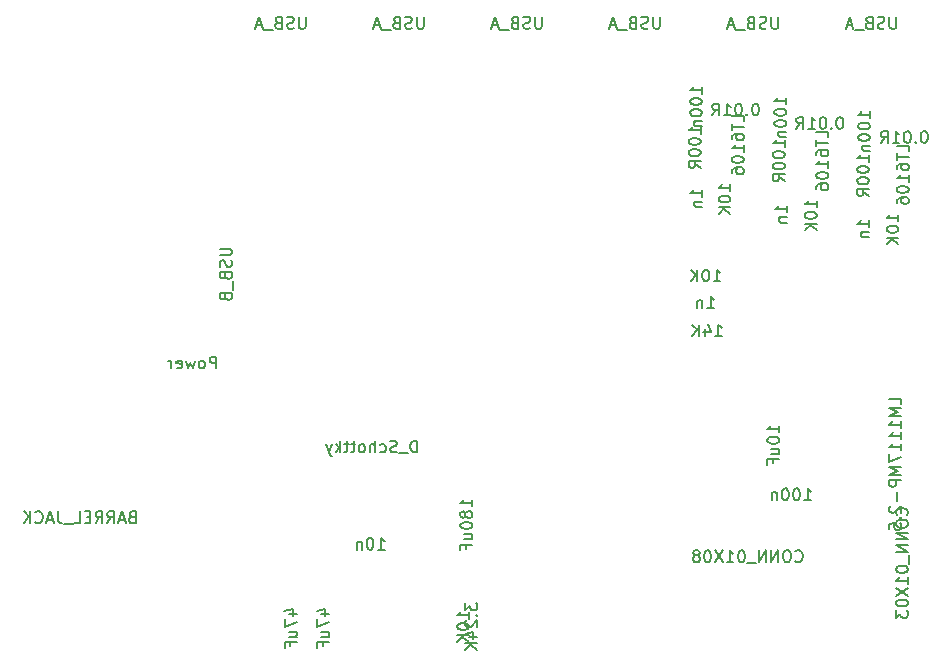
<source format=gbr>
G04 #@! TF.FileFunction,Other,Fab,Bot*
%FSLAX46Y46*%
G04 Gerber Fmt 4.6, Leading zero omitted, Abs format (unit mm)*
G04 Created by KiCad (PCBNEW 4.0.1-stable) date 17.05.2016 13:35:18*
%MOMM*%
G01*
G04 APERTURE LIST*
%ADD10C,0.100000*%
%ADD11C,0.150000*%
G04 APERTURE END LIST*
D10*
D11*
X97074762Y-102090571D02*
X96931905Y-102138190D01*
X96884286Y-102185810D01*
X96836667Y-102281048D01*
X96836667Y-102423905D01*
X96884286Y-102519143D01*
X96931905Y-102566762D01*
X97027143Y-102614381D01*
X97408096Y-102614381D01*
X97408096Y-101614381D01*
X97074762Y-101614381D01*
X96979524Y-101662000D01*
X96931905Y-101709619D01*
X96884286Y-101804857D01*
X96884286Y-101900095D01*
X96931905Y-101995333D01*
X96979524Y-102042952D01*
X97074762Y-102090571D01*
X97408096Y-102090571D01*
X96455715Y-102328667D02*
X95979524Y-102328667D01*
X96550953Y-102614381D02*
X96217620Y-101614381D01*
X95884286Y-102614381D01*
X94979524Y-102614381D02*
X95312858Y-102138190D01*
X95550953Y-102614381D02*
X95550953Y-101614381D01*
X95170000Y-101614381D01*
X95074762Y-101662000D01*
X95027143Y-101709619D01*
X94979524Y-101804857D01*
X94979524Y-101947714D01*
X95027143Y-102042952D01*
X95074762Y-102090571D01*
X95170000Y-102138190D01*
X95550953Y-102138190D01*
X93979524Y-102614381D02*
X94312858Y-102138190D01*
X94550953Y-102614381D02*
X94550953Y-101614381D01*
X94170000Y-101614381D01*
X94074762Y-101662000D01*
X94027143Y-101709619D01*
X93979524Y-101804857D01*
X93979524Y-101947714D01*
X94027143Y-102042952D01*
X94074762Y-102090571D01*
X94170000Y-102138190D01*
X94550953Y-102138190D01*
X93550953Y-102090571D02*
X93217619Y-102090571D01*
X93074762Y-102614381D02*
X93550953Y-102614381D01*
X93550953Y-101614381D01*
X93074762Y-101614381D01*
X92170000Y-102614381D02*
X92646191Y-102614381D01*
X92646191Y-101614381D01*
X92074762Y-102709619D02*
X91312857Y-102709619D01*
X90789047Y-101614381D02*
X90789047Y-102328667D01*
X90836667Y-102471524D01*
X90931905Y-102566762D01*
X91074762Y-102614381D01*
X91170000Y-102614381D01*
X90360476Y-102328667D02*
X89884285Y-102328667D01*
X90455714Y-102614381D02*
X90122381Y-101614381D01*
X89789047Y-102614381D01*
X88884285Y-102519143D02*
X88931904Y-102566762D01*
X89074761Y-102614381D01*
X89169999Y-102614381D01*
X89312857Y-102566762D01*
X89408095Y-102471524D01*
X89455714Y-102376286D01*
X89503333Y-102185810D01*
X89503333Y-102042952D01*
X89455714Y-101852476D01*
X89408095Y-101757238D01*
X89312857Y-101662000D01*
X89169999Y-101614381D01*
X89074761Y-101614381D01*
X88931904Y-101662000D01*
X88884285Y-101709619D01*
X88455714Y-102614381D02*
X88455714Y-101614381D01*
X87884285Y-102614381D02*
X88312857Y-102042952D01*
X87884285Y-101614381D02*
X88455714Y-102185810D01*
X162827381Y-71123810D02*
X162827381Y-70647619D01*
X161827381Y-70647619D01*
X161827381Y-71314286D02*
X161827381Y-71885715D01*
X162827381Y-71600000D02*
X161827381Y-71600000D01*
X161827381Y-72647620D02*
X161827381Y-72457143D01*
X161875000Y-72361905D01*
X161922619Y-72314286D01*
X162065476Y-72219048D01*
X162255952Y-72171429D01*
X162636905Y-72171429D01*
X162732143Y-72219048D01*
X162779762Y-72266667D01*
X162827381Y-72361905D01*
X162827381Y-72552382D01*
X162779762Y-72647620D01*
X162732143Y-72695239D01*
X162636905Y-72742858D01*
X162398810Y-72742858D01*
X162303571Y-72695239D01*
X162255952Y-72647620D01*
X162208333Y-72552382D01*
X162208333Y-72361905D01*
X162255952Y-72266667D01*
X162303571Y-72219048D01*
X162398810Y-72171429D01*
X162827381Y-73695239D02*
X162827381Y-73123810D01*
X162827381Y-73409524D02*
X161827381Y-73409524D01*
X161970238Y-73314286D01*
X162065476Y-73219048D01*
X162113095Y-73123810D01*
X161827381Y-74314286D02*
X161827381Y-74409525D01*
X161875000Y-74504763D01*
X161922619Y-74552382D01*
X162017857Y-74600001D01*
X162208333Y-74647620D01*
X162446429Y-74647620D01*
X162636905Y-74600001D01*
X162732143Y-74552382D01*
X162779762Y-74504763D01*
X162827381Y-74409525D01*
X162827381Y-74314286D01*
X162779762Y-74219048D01*
X162732143Y-74171429D01*
X162636905Y-74123810D01*
X162446429Y-74076191D01*
X162208333Y-74076191D01*
X162017857Y-74123810D01*
X161922619Y-74171429D01*
X161875000Y-74219048D01*
X161827381Y-74314286D01*
X161827381Y-75504763D02*
X161827381Y-75314286D01*
X161875000Y-75219048D01*
X161922619Y-75171429D01*
X162065476Y-75076191D01*
X162255952Y-75028572D01*
X162636905Y-75028572D01*
X162732143Y-75076191D01*
X162779762Y-75123810D01*
X162827381Y-75219048D01*
X162827381Y-75409525D01*
X162779762Y-75504763D01*
X162732143Y-75552382D01*
X162636905Y-75600001D01*
X162398810Y-75600001D01*
X162303571Y-75552382D01*
X162255952Y-75504763D01*
X162208333Y-75409525D01*
X162208333Y-75219048D01*
X162255952Y-75123810D01*
X162303571Y-75076191D01*
X162398810Y-75028572D01*
X104502361Y-79377143D02*
X105311885Y-79377143D01*
X105407123Y-79424762D01*
X105454742Y-79472381D01*
X105502361Y-79567619D01*
X105502361Y-79758096D01*
X105454742Y-79853334D01*
X105407123Y-79900953D01*
X105311885Y-79948572D01*
X104502361Y-79948572D01*
X105454742Y-80377143D02*
X105502361Y-80520000D01*
X105502361Y-80758096D01*
X105454742Y-80853334D01*
X105407123Y-80900953D01*
X105311885Y-80948572D01*
X105216647Y-80948572D01*
X105121409Y-80900953D01*
X105073790Y-80853334D01*
X105026170Y-80758096D01*
X104978551Y-80567619D01*
X104930932Y-80472381D01*
X104883313Y-80424762D01*
X104788075Y-80377143D01*
X104692837Y-80377143D01*
X104597599Y-80424762D01*
X104549980Y-80472381D01*
X104502361Y-80567619D01*
X104502361Y-80805715D01*
X104549980Y-80948572D01*
X104978551Y-81710477D02*
X105026170Y-81853334D01*
X105073790Y-81900953D01*
X105169028Y-81948572D01*
X105311885Y-81948572D01*
X105407123Y-81900953D01*
X105454742Y-81853334D01*
X105502361Y-81758096D01*
X105502361Y-81377143D01*
X104502361Y-81377143D01*
X104502361Y-81710477D01*
X104549980Y-81805715D01*
X104597599Y-81853334D01*
X104692837Y-81900953D01*
X104788075Y-81900953D01*
X104883313Y-81853334D01*
X104930932Y-81805715D01*
X104978551Y-81710477D01*
X104978551Y-81377143D01*
X105597599Y-82139048D02*
X105597599Y-82900953D01*
X104978551Y-83472382D02*
X105026170Y-83615239D01*
X105073790Y-83662858D01*
X105169028Y-83710477D01*
X105311885Y-83710477D01*
X105407123Y-83662858D01*
X105454742Y-83615239D01*
X105502361Y-83520001D01*
X105502361Y-83139048D01*
X104502361Y-83139048D01*
X104502361Y-83472382D01*
X104549980Y-83567620D01*
X104597599Y-83615239D01*
X104692837Y-83662858D01*
X104788075Y-83662858D01*
X104883313Y-83615239D01*
X104930932Y-83567620D01*
X104978551Y-83472382D01*
X104978551Y-83139048D01*
X131771429Y-59752381D02*
X131771429Y-60561905D01*
X131723810Y-60657143D01*
X131676191Y-60704762D01*
X131580953Y-60752381D01*
X131390476Y-60752381D01*
X131295238Y-60704762D01*
X131247619Y-60657143D01*
X131200000Y-60561905D01*
X131200000Y-59752381D01*
X130771429Y-60704762D02*
X130628572Y-60752381D01*
X130390476Y-60752381D01*
X130295238Y-60704762D01*
X130247619Y-60657143D01*
X130200000Y-60561905D01*
X130200000Y-60466667D01*
X130247619Y-60371429D01*
X130295238Y-60323810D01*
X130390476Y-60276190D01*
X130580953Y-60228571D01*
X130676191Y-60180952D01*
X130723810Y-60133333D01*
X130771429Y-60038095D01*
X130771429Y-59942857D01*
X130723810Y-59847619D01*
X130676191Y-59800000D01*
X130580953Y-59752381D01*
X130342857Y-59752381D01*
X130200000Y-59800000D01*
X129438095Y-60228571D02*
X129295238Y-60276190D01*
X129247619Y-60323810D01*
X129200000Y-60419048D01*
X129200000Y-60561905D01*
X129247619Y-60657143D01*
X129295238Y-60704762D01*
X129390476Y-60752381D01*
X129771429Y-60752381D01*
X129771429Y-59752381D01*
X129438095Y-59752381D01*
X129342857Y-59800000D01*
X129295238Y-59847619D01*
X129247619Y-59942857D01*
X129247619Y-60038095D01*
X129295238Y-60133333D01*
X129342857Y-60180952D01*
X129438095Y-60228571D01*
X129771429Y-60228571D01*
X129009524Y-60847619D02*
X128247619Y-60847619D01*
X128057143Y-60466667D02*
X127580952Y-60466667D01*
X128152381Y-60752381D02*
X127819048Y-59752381D01*
X127485714Y-60752381D01*
X151771429Y-59752381D02*
X151771429Y-60561905D01*
X151723810Y-60657143D01*
X151676191Y-60704762D01*
X151580953Y-60752381D01*
X151390476Y-60752381D01*
X151295238Y-60704762D01*
X151247619Y-60657143D01*
X151200000Y-60561905D01*
X151200000Y-59752381D01*
X150771429Y-60704762D02*
X150628572Y-60752381D01*
X150390476Y-60752381D01*
X150295238Y-60704762D01*
X150247619Y-60657143D01*
X150200000Y-60561905D01*
X150200000Y-60466667D01*
X150247619Y-60371429D01*
X150295238Y-60323810D01*
X150390476Y-60276190D01*
X150580953Y-60228571D01*
X150676191Y-60180952D01*
X150723810Y-60133333D01*
X150771429Y-60038095D01*
X150771429Y-59942857D01*
X150723810Y-59847619D01*
X150676191Y-59800000D01*
X150580953Y-59752381D01*
X150342857Y-59752381D01*
X150200000Y-59800000D01*
X149438095Y-60228571D02*
X149295238Y-60276190D01*
X149247619Y-60323810D01*
X149200000Y-60419048D01*
X149200000Y-60561905D01*
X149247619Y-60657143D01*
X149295238Y-60704762D01*
X149390476Y-60752381D01*
X149771429Y-60752381D01*
X149771429Y-59752381D01*
X149438095Y-59752381D01*
X149342857Y-59800000D01*
X149295238Y-59847619D01*
X149247619Y-59942857D01*
X149247619Y-60038095D01*
X149295238Y-60133333D01*
X149342857Y-60180952D01*
X149438095Y-60228571D01*
X149771429Y-60228571D01*
X149009524Y-60847619D02*
X148247619Y-60847619D01*
X148057143Y-60466667D02*
X147580952Y-60466667D01*
X148152381Y-60752381D02*
X147819048Y-59752381D01*
X147485714Y-60752381D01*
X161771429Y-59752381D02*
X161771429Y-60561905D01*
X161723810Y-60657143D01*
X161676191Y-60704762D01*
X161580953Y-60752381D01*
X161390476Y-60752381D01*
X161295238Y-60704762D01*
X161247619Y-60657143D01*
X161200000Y-60561905D01*
X161200000Y-59752381D01*
X160771429Y-60704762D02*
X160628572Y-60752381D01*
X160390476Y-60752381D01*
X160295238Y-60704762D01*
X160247619Y-60657143D01*
X160200000Y-60561905D01*
X160200000Y-60466667D01*
X160247619Y-60371429D01*
X160295238Y-60323810D01*
X160390476Y-60276190D01*
X160580953Y-60228571D01*
X160676191Y-60180952D01*
X160723810Y-60133333D01*
X160771429Y-60038095D01*
X160771429Y-59942857D01*
X160723810Y-59847619D01*
X160676191Y-59800000D01*
X160580953Y-59752381D01*
X160342857Y-59752381D01*
X160200000Y-59800000D01*
X159438095Y-60228571D02*
X159295238Y-60276190D01*
X159247619Y-60323810D01*
X159200000Y-60419048D01*
X159200000Y-60561905D01*
X159247619Y-60657143D01*
X159295238Y-60704762D01*
X159390476Y-60752381D01*
X159771429Y-60752381D01*
X159771429Y-59752381D01*
X159438095Y-59752381D01*
X159342857Y-59800000D01*
X159295238Y-59847619D01*
X159247619Y-59942857D01*
X159247619Y-60038095D01*
X159295238Y-60133333D01*
X159342857Y-60180952D01*
X159438095Y-60228571D01*
X159771429Y-60228571D01*
X159009524Y-60847619D02*
X158247619Y-60847619D01*
X158057143Y-60466667D02*
X157580952Y-60466667D01*
X158152381Y-60752381D02*
X157819048Y-59752381D01*
X157485714Y-60752381D01*
X141771429Y-59752381D02*
X141771429Y-60561905D01*
X141723810Y-60657143D01*
X141676191Y-60704762D01*
X141580953Y-60752381D01*
X141390476Y-60752381D01*
X141295238Y-60704762D01*
X141247619Y-60657143D01*
X141200000Y-60561905D01*
X141200000Y-59752381D01*
X140771429Y-60704762D02*
X140628572Y-60752381D01*
X140390476Y-60752381D01*
X140295238Y-60704762D01*
X140247619Y-60657143D01*
X140200000Y-60561905D01*
X140200000Y-60466667D01*
X140247619Y-60371429D01*
X140295238Y-60323810D01*
X140390476Y-60276190D01*
X140580953Y-60228571D01*
X140676191Y-60180952D01*
X140723810Y-60133333D01*
X140771429Y-60038095D01*
X140771429Y-59942857D01*
X140723810Y-59847619D01*
X140676191Y-59800000D01*
X140580953Y-59752381D01*
X140342857Y-59752381D01*
X140200000Y-59800000D01*
X139438095Y-60228571D02*
X139295238Y-60276190D01*
X139247619Y-60323810D01*
X139200000Y-60419048D01*
X139200000Y-60561905D01*
X139247619Y-60657143D01*
X139295238Y-60704762D01*
X139390476Y-60752381D01*
X139771429Y-60752381D01*
X139771429Y-59752381D01*
X139438095Y-59752381D01*
X139342857Y-59800000D01*
X139295238Y-59847619D01*
X139247619Y-59942857D01*
X139247619Y-60038095D01*
X139295238Y-60133333D01*
X139342857Y-60180952D01*
X139438095Y-60228571D01*
X139771429Y-60228571D01*
X139009524Y-60847619D02*
X138247619Y-60847619D01*
X138057143Y-60466667D02*
X137580952Y-60466667D01*
X138152381Y-60752381D02*
X137819048Y-59752381D01*
X137485714Y-60752381D01*
X121771429Y-59752381D02*
X121771429Y-60561905D01*
X121723810Y-60657143D01*
X121676191Y-60704762D01*
X121580953Y-60752381D01*
X121390476Y-60752381D01*
X121295238Y-60704762D01*
X121247619Y-60657143D01*
X121200000Y-60561905D01*
X121200000Y-59752381D01*
X120771429Y-60704762D02*
X120628572Y-60752381D01*
X120390476Y-60752381D01*
X120295238Y-60704762D01*
X120247619Y-60657143D01*
X120200000Y-60561905D01*
X120200000Y-60466667D01*
X120247619Y-60371429D01*
X120295238Y-60323810D01*
X120390476Y-60276190D01*
X120580953Y-60228571D01*
X120676191Y-60180952D01*
X120723810Y-60133333D01*
X120771429Y-60038095D01*
X120771429Y-59942857D01*
X120723810Y-59847619D01*
X120676191Y-59800000D01*
X120580953Y-59752381D01*
X120342857Y-59752381D01*
X120200000Y-59800000D01*
X119438095Y-60228571D02*
X119295238Y-60276190D01*
X119247619Y-60323810D01*
X119200000Y-60419048D01*
X119200000Y-60561905D01*
X119247619Y-60657143D01*
X119295238Y-60704762D01*
X119390476Y-60752381D01*
X119771429Y-60752381D01*
X119771429Y-59752381D01*
X119438095Y-59752381D01*
X119342857Y-59800000D01*
X119295238Y-59847619D01*
X119247619Y-59942857D01*
X119247619Y-60038095D01*
X119295238Y-60133333D01*
X119342857Y-60180952D01*
X119438095Y-60228571D01*
X119771429Y-60228571D01*
X119009524Y-60847619D02*
X118247619Y-60847619D01*
X118057143Y-60466667D02*
X117580952Y-60466667D01*
X118152381Y-60752381D02*
X117819048Y-59752381D01*
X117485714Y-60752381D01*
X111771429Y-59752381D02*
X111771429Y-60561905D01*
X111723810Y-60657143D01*
X111676191Y-60704762D01*
X111580953Y-60752381D01*
X111390476Y-60752381D01*
X111295238Y-60704762D01*
X111247619Y-60657143D01*
X111200000Y-60561905D01*
X111200000Y-59752381D01*
X110771429Y-60704762D02*
X110628572Y-60752381D01*
X110390476Y-60752381D01*
X110295238Y-60704762D01*
X110247619Y-60657143D01*
X110200000Y-60561905D01*
X110200000Y-60466667D01*
X110247619Y-60371429D01*
X110295238Y-60323810D01*
X110390476Y-60276190D01*
X110580953Y-60228571D01*
X110676191Y-60180952D01*
X110723810Y-60133333D01*
X110771429Y-60038095D01*
X110771429Y-59942857D01*
X110723810Y-59847619D01*
X110676191Y-59800000D01*
X110580953Y-59752381D01*
X110342857Y-59752381D01*
X110200000Y-59800000D01*
X109438095Y-60228571D02*
X109295238Y-60276190D01*
X109247619Y-60323810D01*
X109200000Y-60419048D01*
X109200000Y-60561905D01*
X109247619Y-60657143D01*
X109295238Y-60704762D01*
X109390476Y-60752381D01*
X109771429Y-60752381D01*
X109771429Y-59752381D01*
X109438095Y-59752381D01*
X109342857Y-59800000D01*
X109295238Y-59847619D01*
X109247619Y-59942857D01*
X109247619Y-60038095D01*
X109295238Y-60133333D01*
X109342857Y-60180952D01*
X109438095Y-60228571D01*
X109771429Y-60228571D01*
X109009524Y-60847619D02*
X108247619Y-60847619D01*
X108057143Y-60466667D02*
X107580952Y-60466667D01*
X108152381Y-60752381D02*
X107819048Y-59752381D01*
X107485714Y-60752381D01*
X104202191Y-89515381D02*
X104202191Y-88515381D01*
X103821238Y-88515381D01*
X103726000Y-88563000D01*
X103678381Y-88610619D01*
X103630762Y-88705857D01*
X103630762Y-88848714D01*
X103678381Y-88943952D01*
X103726000Y-88991571D01*
X103821238Y-89039190D01*
X104202191Y-89039190D01*
X103059334Y-89515381D02*
X103154572Y-89467762D01*
X103202191Y-89420143D01*
X103249810Y-89324905D01*
X103249810Y-89039190D01*
X103202191Y-88943952D01*
X103154572Y-88896333D01*
X103059334Y-88848714D01*
X102916476Y-88848714D01*
X102821238Y-88896333D01*
X102773619Y-88943952D01*
X102726000Y-89039190D01*
X102726000Y-89324905D01*
X102773619Y-89420143D01*
X102821238Y-89467762D01*
X102916476Y-89515381D01*
X103059334Y-89515381D01*
X102392667Y-88848714D02*
X102202191Y-89515381D01*
X102011714Y-89039190D01*
X101821238Y-89515381D01*
X101630762Y-88848714D01*
X100868857Y-89467762D02*
X100964095Y-89515381D01*
X101154572Y-89515381D01*
X101249810Y-89467762D01*
X101297429Y-89372524D01*
X101297429Y-88991571D01*
X101249810Y-88896333D01*
X101154572Y-88848714D01*
X100964095Y-88848714D01*
X100868857Y-88896333D01*
X100821238Y-88991571D01*
X100821238Y-89086810D01*
X101297429Y-89182048D01*
X100392667Y-89515381D02*
X100392667Y-88848714D01*
X100392667Y-89039190D02*
X100345048Y-88943952D01*
X100297429Y-88896333D01*
X100202191Y-88848714D01*
X100106952Y-88848714D01*
X152527381Y-76308334D02*
X152527381Y-75736905D01*
X152527381Y-76022619D02*
X151527381Y-76022619D01*
X151670238Y-75927381D01*
X151765476Y-75832143D01*
X151813095Y-75736905D01*
X151860714Y-76736905D02*
X152527381Y-76736905D01*
X151955952Y-76736905D02*
X151908333Y-76784524D01*
X151860714Y-76879762D01*
X151860714Y-77022620D01*
X151908333Y-77117858D01*
X152003571Y-77165477D01*
X152527381Y-77165477D01*
X153994047Y-100677381D02*
X154565476Y-100677381D01*
X154279762Y-100677381D02*
X154279762Y-99677381D01*
X154375000Y-99820238D01*
X154470238Y-99915476D01*
X154565476Y-99963095D01*
X153375000Y-99677381D02*
X153279761Y-99677381D01*
X153184523Y-99725000D01*
X153136904Y-99772619D01*
X153089285Y-99867857D01*
X153041666Y-100058333D01*
X153041666Y-100296429D01*
X153089285Y-100486905D01*
X153136904Y-100582143D01*
X153184523Y-100629762D01*
X153279761Y-100677381D01*
X153375000Y-100677381D01*
X153470238Y-100629762D01*
X153517857Y-100582143D01*
X153565476Y-100486905D01*
X153613095Y-100296429D01*
X153613095Y-100058333D01*
X153565476Y-99867857D01*
X153517857Y-99772619D01*
X153470238Y-99725000D01*
X153375000Y-99677381D01*
X152422619Y-99677381D02*
X152327380Y-99677381D01*
X152232142Y-99725000D01*
X152184523Y-99772619D01*
X152136904Y-99867857D01*
X152089285Y-100058333D01*
X152089285Y-100296429D01*
X152136904Y-100486905D01*
X152184523Y-100582143D01*
X152232142Y-100629762D01*
X152327380Y-100677381D01*
X152422619Y-100677381D01*
X152517857Y-100629762D01*
X152565476Y-100582143D01*
X152613095Y-100486905D01*
X152660714Y-100296429D01*
X152660714Y-100058333D01*
X152613095Y-99867857D01*
X152565476Y-99772619D01*
X152517857Y-99725000D01*
X152422619Y-99677381D01*
X151660714Y-100010714D02*
X151660714Y-100677381D01*
X151660714Y-100105952D02*
X151613095Y-100058333D01*
X151517857Y-100010714D01*
X151374999Y-100010714D01*
X151279761Y-100058333D01*
X151232142Y-100153571D01*
X151232142Y-100677381D01*
X145766666Y-84402381D02*
X146338095Y-84402381D01*
X146052381Y-84402381D02*
X146052381Y-83402381D01*
X146147619Y-83545238D01*
X146242857Y-83640476D01*
X146338095Y-83688095D01*
X145338095Y-83735714D02*
X145338095Y-84402381D01*
X145338095Y-83830952D02*
X145290476Y-83783333D01*
X145195238Y-83735714D01*
X145052380Y-83735714D01*
X144957142Y-83783333D01*
X144909523Y-83878571D01*
X144909523Y-84402381D01*
X152462381Y-67150953D02*
X152462381Y-66579524D01*
X152462381Y-66865238D02*
X151462381Y-66865238D01*
X151605238Y-66770000D01*
X151700476Y-66674762D01*
X151748095Y-66579524D01*
X151462381Y-67770000D02*
X151462381Y-67865239D01*
X151510000Y-67960477D01*
X151557619Y-68008096D01*
X151652857Y-68055715D01*
X151843333Y-68103334D01*
X152081429Y-68103334D01*
X152271905Y-68055715D01*
X152367143Y-68008096D01*
X152414762Y-67960477D01*
X152462381Y-67865239D01*
X152462381Y-67770000D01*
X152414762Y-67674762D01*
X152367143Y-67627143D01*
X152271905Y-67579524D01*
X152081429Y-67531905D01*
X151843333Y-67531905D01*
X151652857Y-67579524D01*
X151557619Y-67627143D01*
X151510000Y-67674762D01*
X151462381Y-67770000D01*
X151462381Y-68722381D02*
X151462381Y-68817620D01*
X151510000Y-68912858D01*
X151557619Y-68960477D01*
X151652857Y-69008096D01*
X151843333Y-69055715D01*
X152081429Y-69055715D01*
X152271905Y-69008096D01*
X152367143Y-68960477D01*
X152414762Y-68912858D01*
X152462381Y-68817620D01*
X152462381Y-68722381D01*
X152414762Y-68627143D01*
X152367143Y-68579524D01*
X152271905Y-68531905D01*
X152081429Y-68484286D01*
X151843333Y-68484286D01*
X151652857Y-68531905D01*
X151557619Y-68579524D01*
X151510000Y-68627143D01*
X151462381Y-68722381D01*
X151795714Y-69484286D02*
X152462381Y-69484286D01*
X151890952Y-69484286D02*
X151843333Y-69531905D01*
X151795714Y-69627143D01*
X151795714Y-69770001D01*
X151843333Y-69865239D01*
X151938571Y-69912858D01*
X152462381Y-69912858D01*
X159477381Y-77558334D02*
X159477381Y-76986905D01*
X159477381Y-77272619D02*
X158477381Y-77272619D01*
X158620238Y-77177381D01*
X158715476Y-77082143D01*
X158763095Y-76986905D01*
X158810714Y-77986905D02*
X159477381Y-77986905D01*
X158905952Y-77986905D02*
X158858333Y-78034524D01*
X158810714Y-78129762D01*
X158810714Y-78272620D01*
X158858333Y-78367858D01*
X158953571Y-78415477D01*
X159477381Y-78415477D01*
X145352381Y-74983334D02*
X145352381Y-74411905D01*
X145352381Y-74697619D02*
X144352381Y-74697619D01*
X144495238Y-74602381D01*
X144590476Y-74507143D01*
X144638095Y-74411905D01*
X144685714Y-75411905D02*
X145352381Y-75411905D01*
X144780952Y-75411905D02*
X144733333Y-75459524D01*
X144685714Y-75554762D01*
X144685714Y-75697620D01*
X144733333Y-75792858D01*
X144828571Y-75840477D01*
X145352381Y-75840477D01*
X159537381Y-68330953D02*
X159537381Y-67759524D01*
X159537381Y-68045238D02*
X158537381Y-68045238D01*
X158680238Y-67950000D01*
X158775476Y-67854762D01*
X158823095Y-67759524D01*
X158537381Y-68950000D02*
X158537381Y-69045239D01*
X158585000Y-69140477D01*
X158632619Y-69188096D01*
X158727857Y-69235715D01*
X158918333Y-69283334D01*
X159156429Y-69283334D01*
X159346905Y-69235715D01*
X159442143Y-69188096D01*
X159489762Y-69140477D01*
X159537381Y-69045239D01*
X159537381Y-68950000D01*
X159489762Y-68854762D01*
X159442143Y-68807143D01*
X159346905Y-68759524D01*
X159156429Y-68711905D01*
X158918333Y-68711905D01*
X158727857Y-68759524D01*
X158632619Y-68807143D01*
X158585000Y-68854762D01*
X158537381Y-68950000D01*
X158537381Y-69902381D02*
X158537381Y-69997620D01*
X158585000Y-70092858D01*
X158632619Y-70140477D01*
X158727857Y-70188096D01*
X158918333Y-70235715D01*
X159156429Y-70235715D01*
X159346905Y-70188096D01*
X159442143Y-70140477D01*
X159489762Y-70092858D01*
X159537381Y-69997620D01*
X159537381Y-69902381D01*
X159489762Y-69807143D01*
X159442143Y-69759524D01*
X159346905Y-69711905D01*
X159156429Y-69664286D01*
X158918333Y-69664286D01*
X158727857Y-69711905D01*
X158632619Y-69759524D01*
X158585000Y-69807143D01*
X158537381Y-69902381D01*
X158870714Y-70664286D02*
X159537381Y-70664286D01*
X158965952Y-70664286D02*
X158918333Y-70711905D01*
X158870714Y-70807143D01*
X158870714Y-70950001D01*
X158918333Y-71045239D01*
X159013571Y-71092858D01*
X159537381Y-71092858D01*
X145312381Y-66245953D02*
X145312381Y-65674524D01*
X145312381Y-65960238D02*
X144312381Y-65960238D01*
X144455238Y-65865000D01*
X144550476Y-65769762D01*
X144598095Y-65674524D01*
X144312381Y-66865000D02*
X144312381Y-66960239D01*
X144360000Y-67055477D01*
X144407619Y-67103096D01*
X144502857Y-67150715D01*
X144693333Y-67198334D01*
X144931429Y-67198334D01*
X145121905Y-67150715D01*
X145217143Y-67103096D01*
X145264762Y-67055477D01*
X145312381Y-66960239D01*
X145312381Y-66865000D01*
X145264762Y-66769762D01*
X145217143Y-66722143D01*
X145121905Y-66674524D01*
X144931429Y-66626905D01*
X144693333Y-66626905D01*
X144502857Y-66674524D01*
X144407619Y-66722143D01*
X144360000Y-66769762D01*
X144312381Y-66865000D01*
X144312381Y-67817381D02*
X144312381Y-67912620D01*
X144360000Y-68007858D01*
X144407619Y-68055477D01*
X144502857Y-68103096D01*
X144693333Y-68150715D01*
X144931429Y-68150715D01*
X145121905Y-68103096D01*
X145217143Y-68055477D01*
X145264762Y-68007858D01*
X145312381Y-67912620D01*
X145312381Y-67817381D01*
X145264762Y-67722143D01*
X145217143Y-67674524D01*
X145121905Y-67626905D01*
X144931429Y-67579286D01*
X144693333Y-67579286D01*
X144502857Y-67626905D01*
X144407619Y-67674524D01*
X144360000Y-67722143D01*
X144312381Y-67817381D01*
X144645714Y-68579286D02*
X145312381Y-68579286D01*
X144740952Y-68579286D02*
X144693333Y-68626905D01*
X144645714Y-68722143D01*
X144645714Y-68865001D01*
X144693333Y-68960239D01*
X144788571Y-69007858D01*
X145312381Y-69007858D01*
X146315476Y-82152381D02*
X146886905Y-82152381D01*
X146601191Y-82152381D02*
X146601191Y-81152381D01*
X146696429Y-81295238D01*
X146791667Y-81390476D01*
X146886905Y-81438095D01*
X145696429Y-81152381D02*
X145601190Y-81152381D01*
X145505952Y-81200000D01*
X145458333Y-81247619D01*
X145410714Y-81342857D01*
X145363095Y-81533333D01*
X145363095Y-81771429D01*
X145410714Y-81961905D01*
X145458333Y-82057143D01*
X145505952Y-82104762D01*
X145601190Y-82152381D01*
X145696429Y-82152381D01*
X145791667Y-82104762D01*
X145839286Y-82057143D01*
X145886905Y-81961905D01*
X145934524Y-81771429D01*
X145934524Y-81533333D01*
X145886905Y-81342857D01*
X145839286Y-81247619D01*
X145791667Y-81200000D01*
X145696429Y-81152381D01*
X144934524Y-82152381D02*
X144934524Y-81152381D01*
X144363095Y-82152381D02*
X144791667Y-81580952D01*
X144363095Y-81152381D02*
X144934524Y-81723810D01*
X146430476Y-86807381D02*
X147001905Y-86807381D01*
X146716191Y-86807381D02*
X146716191Y-85807381D01*
X146811429Y-85950238D01*
X146906667Y-86045476D01*
X147001905Y-86093095D01*
X145573333Y-86140714D02*
X145573333Y-86807381D01*
X145811429Y-85759762D02*
X146049524Y-86474048D01*
X145430476Y-86474048D01*
X145049524Y-86807381D02*
X145049524Y-85807381D01*
X144478095Y-86807381D02*
X144906667Y-86235952D01*
X144478095Y-85807381D02*
X145049524Y-86378810D01*
X155027381Y-75884524D02*
X155027381Y-75313095D01*
X155027381Y-75598809D02*
X154027381Y-75598809D01*
X154170238Y-75503571D01*
X154265476Y-75408333D01*
X154313095Y-75313095D01*
X154027381Y-76503571D02*
X154027381Y-76598810D01*
X154075000Y-76694048D01*
X154122619Y-76741667D01*
X154217857Y-76789286D01*
X154408333Y-76836905D01*
X154646429Y-76836905D01*
X154836905Y-76789286D01*
X154932143Y-76741667D01*
X154979762Y-76694048D01*
X155027381Y-76598810D01*
X155027381Y-76503571D01*
X154979762Y-76408333D01*
X154932143Y-76360714D01*
X154836905Y-76313095D01*
X154646429Y-76265476D01*
X154408333Y-76265476D01*
X154217857Y-76313095D01*
X154122619Y-76360714D01*
X154075000Y-76408333D01*
X154027381Y-76503571D01*
X155027381Y-77265476D02*
X154027381Y-77265476D01*
X155027381Y-77836905D02*
X154455952Y-77408333D01*
X154027381Y-77836905D02*
X154598810Y-77265476D01*
X152327381Y-70758334D02*
X152327381Y-70186905D01*
X152327381Y-70472619D02*
X151327381Y-70472619D01*
X151470238Y-70377381D01*
X151565476Y-70282143D01*
X151613095Y-70186905D01*
X151327381Y-71377381D02*
X151327381Y-71472620D01*
X151375000Y-71567858D01*
X151422619Y-71615477D01*
X151517857Y-71663096D01*
X151708333Y-71710715D01*
X151946429Y-71710715D01*
X152136905Y-71663096D01*
X152232143Y-71615477D01*
X152279762Y-71567858D01*
X152327381Y-71472620D01*
X152327381Y-71377381D01*
X152279762Y-71282143D01*
X152232143Y-71234524D01*
X152136905Y-71186905D01*
X151946429Y-71139286D01*
X151708333Y-71139286D01*
X151517857Y-71186905D01*
X151422619Y-71234524D01*
X151375000Y-71282143D01*
X151327381Y-71377381D01*
X151327381Y-72329762D02*
X151327381Y-72425001D01*
X151375000Y-72520239D01*
X151422619Y-72567858D01*
X151517857Y-72615477D01*
X151708333Y-72663096D01*
X151946429Y-72663096D01*
X152136905Y-72615477D01*
X152232143Y-72567858D01*
X152279762Y-72520239D01*
X152327381Y-72425001D01*
X152327381Y-72329762D01*
X152279762Y-72234524D01*
X152232143Y-72186905D01*
X152136905Y-72139286D01*
X151946429Y-72091667D01*
X151708333Y-72091667D01*
X151517857Y-72139286D01*
X151422619Y-72186905D01*
X151375000Y-72234524D01*
X151327381Y-72329762D01*
X152327381Y-73663096D02*
X151851190Y-73329762D01*
X152327381Y-73091667D02*
X151327381Y-73091667D01*
X151327381Y-73472620D01*
X151375000Y-73567858D01*
X151422619Y-73615477D01*
X151517857Y-73663096D01*
X151660714Y-73663096D01*
X151755952Y-73615477D01*
X151803571Y-73567858D01*
X151851190Y-73472620D01*
X151851190Y-73091667D01*
X157038095Y-68237381D02*
X156942856Y-68237381D01*
X156847618Y-68285000D01*
X156799999Y-68332619D01*
X156752380Y-68427857D01*
X156704761Y-68618333D01*
X156704761Y-68856429D01*
X156752380Y-69046905D01*
X156799999Y-69142143D01*
X156847618Y-69189762D01*
X156942856Y-69237381D01*
X157038095Y-69237381D01*
X157133333Y-69189762D01*
X157180952Y-69142143D01*
X157228571Y-69046905D01*
X157276190Y-68856429D01*
X157276190Y-68618333D01*
X157228571Y-68427857D01*
X157180952Y-68332619D01*
X157133333Y-68285000D01*
X157038095Y-68237381D01*
X156276190Y-69142143D02*
X156228571Y-69189762D01*
X156276190Y-69237381D01*
X156323809Y-69189762D01*
X156276190Y-69142143D01*
X156276190Y-69237381D01*
X155609524Y-68237381D02*
X155514285Y-68237381D01*
X155419047Y-68285000D01*
X155371428Y-68332619D01*
X155323809Y-68427857D01*
X155276190Y-68618333D01*
X155276190Y-68856429D01*
X155323809Y-69046905D01*
X155371428Y-69142143D01*
X155419047Y-69189762D01*
X155514285Y-69237381D01*
X155609524Y-69237381D01*
X155704762Y-69189762D01*
X155752381Y-69142143D01*
X155800000Y-69046905D01*
X155847619Y-68856429D01*
X155847619Y-68618333D01*
X155800000Y-68427857D01*
X155752381Y-68332619D01*
X155704762Y-68285000D01*
X155609524Y-68237381D01*
X154323809Y-69237381D02*
X154895238Y-69237381D01*
X154609524Y-69237381D02*
X154609524Y-68237381D01*
X154704762Y-68380238D01*
X154800000Y-68475476D01*
X154895238Y-68523095D01*
X153323809Y-69237381D02*
X153657143Y-68761190D01*
X153895238Y-69237381D02*
X153895238Y-68237381D01*
X153514285Y-68237381D01*
X153419047Y-68285000D01*
X153371428Y-68332619D01*
X153323809Y-68427857D01*
X153323809Y-68570714D01*
X153371428Y-68665952D01*
X153419047Y-68713571D01*
X153514285Y-68761190D01*
X153895238Y-68761190D01*
X161952381Y-77059524D02*
X161952381Y-76488095D01*
X161952381Y-76773809D02*
X160952381Y-76773809D01*
X161095238Y-76678571D01*
X161190476Y-76583333D01*
X161238095Y-76488095D01*
X160952381Y-77678571D02*
X160952381Y-77773810D01*
X161000000Y-77869048D01*
X161047619Y-77916667D01*
X161142857Y-77964286D01*
X161333333Y-78011905D01*
X161571429Y-78011905D01*
X161761905Y-77964286D01*
X161857143Y-77916667D01*
X161904762Y-77869048D01*
X161952381Y-77773810D01*
X161952381Y-77678571D01*
X161904762Y-77583333D01*
X161857143Y-77535714D01*
X161761905Y-77488095D01*
X161571429Y-77440476D01*
X161333333Y-77440476D01*
X161142857Y-77488095D01*
X161047619Y-77535714D01*
X161000000Y-77583333D01*
X160952381Y-77678571D01*
X161952381Y-78440476D02*
X160952381Y-78440476D01*
X161952381Y-79011905D02*
X161380952Y-78583333D01*
X160952381Y-79011905D02*
X161523810Y-78440476D01*
X147727381Y-74509524D02*
X147727381Y-73938095D01*
X147727381Y-74223809D02*
X146727381Y-74223809D01*
X146870238Y-74128571D01*
X146965476Y-74033333D01*
X147013095Y-73938095D01*
X146727381Y-75128571D02*
X146727381Y-75223810D01*
X146775000Y-75319048D01*
X146822619Y-75366667D01*
X146917857Y-75414286D01*
X147108333Y-75461905D01*
X147346429Y-75461905D01*
X147536905Y-75414286D01*
X147632143Y-75366667D01*
X147679762Y-75319048D01*
X147727381Y-75223810D01*
X147727381Y-75128571D01*
X147679762Y-75033333D01*
X147632143Y-74985714D01*
X147536905Y-74938095D01*
X147346429Y-74890476D01*
X147108333Y-74890476D01*
X146917857Y-74938095D01*
X146822619Y-74985714D01*
X146775000Y-75033333D01*
X146727381Y-75128571D01*
X147727381Y-75890476D02*
X146727381Y-75890476D01*
X147727381Y-76461905D02*
X147155952Y-76033333D01*
X146727381Y-76461905D02*
X147298810Y-75890476D01*
X159452381Y-72008334D02*
X159452381Y-71436905D01*
X159452381Y-71722619D02*
X158452381Y-71722619D01*
X158595238Y-71627381D01*
X158690476Y-71532143D01*
X158738095Y-71436905D01*
X158452381Y-72627381D02*
X158452381Y-72722620D01*
X158500000Y-72817858D01*
X158547619Y-72865477D01*
X158642857Y-72913096D01*
X158833333Y-72960715D01*
X159071429Y-72960715D01*
X159261905Y-72913096D01*
X159357143Y-72865477D01*
X159404762Y-72817858D01*
X159452381Y-72722620D01*
X159452381Y-72627381D01*
X159404762Y-72532143D01*
X159357143Y-72484524D01*
X159261905Y-72436905D01*
X159071429Y-72389286D01*
X158833333Y-72389286D01*
X158642857Y-72436905D01*
X158547619Y-72484524D01*
X158500000Y-72532143D01*
X158452381Y-72627381D01*
X158452381Y-73579762D02*
X158452381Y-73675001D01*
X158500000Y-73770239D01*
X158547619Y-73817858D01*
X158642857Y-73865477D01*
X158833333Y-73913096D01*
X159071429Y-73913096D01*
X159261905Y-73865477D01*
X159357143Y-73817858D01*
X159404762Y-73770239D01*
X159452381Y-73675001D01*
X159452381Y-73579762D01*
X159404762Y-73484524D01*
X159357143Y-73436905D01*
X159261905Y-73389286D01*
X159071429Y-73341667D01*
X158833333Y-73341667D01*
X158642857Y-73389286D01*
X158547619Y-73436905D01*
X158500000Y-73484524D01*
X158452381Y-73579762D01*
X159452381Y-74913096D02*
X158976190Y-74579762D01*
X159452381Y-74341667D02*
X158452381Y-74341667D01*
X158452381Y-74722620D01*
X158500000Y-74817858D01*
X158547619Y-74865477D01*
X158642857Y-74913096D01*
X158785714Y-74913096D01*
X158880952Y-74865477D01*
X158928571Y-74817858D01*
X158976190Y-74722620D01*
X158976190Y-74341667D01*
X164183095Y-69412381D02*
X164087856Y-69412381D01*
X163992618Y-69460000D01*
X163944999Y-69507619D01*
X163897380Y-69602857D01*
X163849761Y-69793333D01*
X163849761Y-70031429D01*
X163897380Y-70221905D01*
X163944999Y-70317143D01*
X163992618Y-70364762D01*
X164087856Y-70412381D01*
X164183095Y-70412381D01*
X164278333Y-70364762D01*
X164325952Y-70317143D01*
X164373571Y-70221905D01*
X164421190Y-70031429D01*
X164421190Y-69793333D01*
X164373571Y-69602857D01*
X164325952Y-69507619D01*
X164278333Y-69460000D01*
X164183095Y-69412381D01*
X163421190Y-70317143D02*
X163373571Y-70364762D01*
X163421190Y-70412381D01*
X163468809Y-70364762D01*
X163421190Y-70317143D01*
X163421190Y-70412381D01*
X162754524Y-69412381D02*
X162659285Y-69412381D01*
X162564047Y-69460000D01*
X162516428Y-69507619D01*
X162468809Y-69602857D01*
X162421190Y-69793333D01*
X162421190Y-70031429D01*
X162468809Y-70221905D01*
X162516428Y-70317143D01*
X162564047Y-70364762D01*
X162659285Y-70412381D01*
X162754524Y-70412381D01*
X162849762Y-70364762D01*
X162897381Y-70317143D01*
X162945000Y-70221905D01*
X162992619Y-70031429D01*
X162992619Y-69793333D01*
X162945000Y-69602857D01*
X162897381Y-69507619D01*
X162849762Y-69460000D01*
X162754524Y-69412381D01*
X161468809Y-70412381D02*
X162040238Y-70412381D01*
X161754524Y-70412381D02*
X161754524Y-69412381D01*
X161849762Y-69555238D01*
X161945000Y-69650476D01*
X162040238Y-69698095D01*
X160468809Y-70412381D02*
X160802143Y-69936190D01*
X161040238Y-70412381D02*
X161040238Y-69412381D01*
X160659285Y-69412381D01*
X160564047Y-69460000D01*
X160516428Y-69507619D01*
X160468809Y-69602857D01*
X160468809Y-69745714D01*
X160516428Y-69840952D01*
X160564047Y-69888571D01*
X160659285Y-69936190D01*
X161040238Y-69936190D01*
X145202381Y-69633334D02*
X145202381Y-69061905D01*
X145202381Y-69347619D02*
X144202381Y-69347619D01*
X144345238Y-69252381D01*
X144440476Y-69157143D01*
X144488095Y-69061905D01*
X144202381Y-70252381D02*
X144202381Y-70347620D01*
X144250000Y-70442858D01*
X144297619Y-70490477D01*
X144392857Y-70538096D01*
X144583333Y-70585715D01*
X144821429Y-70585715D01*
X145011905Y-70538096D01*
X145107143Y-70490477D01*
X145154762Y-70442858D01*
X145202381Y-70347620D01*
X145202381Y-70252381D01*
X145154762Y-70157143D01*
X145107143Y-70109524D01*
X145011905Y-70061905D01*
X144821429Y-70014286D01*
X144583333Y-70014286D01*
X144392857Y-70061905D01*
X144297619Y-70109524D01*
X144250000Y-70157143D01*
X144202381Y-70252381D01*
X144202381Y-71204762D02*
X144202381Y-71300001D01*
X144250000Y-71395239D01*
X144297619Y-71442858D01*
X144392857Y-71490477D01*
X144583333Y-71538096D01*
X144821429Y-71538096D01*
X145011905Y-71490477D01*
X145107143Y-71442858D01*
X145154762Y-71395239D01*
X145202381Y-71300001D01*
X145202381Y-71204762D01*
X145154762Y-71109524D01*
X145107143Y-71061905D01*
X145011905Y-71014286D01*
X144821429Y-70966667D01*
X144583333Y-70966667D01*
X144392857Y-71014286D01*
X144297619Y-71061905D01*
X144250000Y-71109524D01*
X144202381Y-71204762D01*
X145202381Y-72538096D02*
X144726190Y-72204762D01*
X145202381Y-71966667D02*
X144202381Y-71966667D01*
X144202381Y-72347620D01*
X144250000Y-72442858D01*
X144297619Y-72490477D01*
X144392857Y-72538096D01*
X144535714Y-72538096D01*
X144630952Y-72490477D01*
X144678571Y-72442858D01*
X144726190Y-72347620D01*
X144726190Y-71966667D01*
X149893095Y-67087381D02*
X149797856Y-67087381D01*
X149702618Y-67135000D01*
X149654999Y-67182619D01*
X149607380Y-67277857D01*
X149559761Y-67468333D01*
X149559761Y-67706429D01*
X149607380Y-67896905D01*
X149654999Y-67992143D01*
X149702618Y-68039762D01*
X149797856Y-68087381D01*
X149893095Y-68087381D01*
X149988333Y-68039762D01*
X150035952Y-67992143D01*
X150083571Y-67896905D01*
X150131190Y-67706429D01*
X150131190Y-67468333D01*
X150083571Y-67277857D01*
X150035952Y-67182619D01*
X149988333Y-67135000D01*
X149893095Y-67087381D01*
X149131190Y-67992143D02*
X149083571Y-68039762D01*
X149131190Y-68087381D01*
X149178809Y-68039762D01*
X149131190Y-67992143D01*
X149131190Y-68087381D01*
X148464524Y-67087381D02*
X148369285Y-67087381D01*
X148274047Y-67135000D01*
X148226428Y-67182619D01*
X148178809Y-67277857D01*
X148131190Y-67468333D01*
X148131190Y-67706429D01*
X148178809Y-67896905D01*
X148226428Y-67992143D01*
X148274047Y-68039762D01*
X148369285Y-68087381D01*
X148464524Y-68087381D01*
X148559762Y-68039762D01*
X148607381Y-67992143D01*
X148655000Y-67896905D01*
X148702619Y-67706429D01*
X148702619Y-67468333D01*
X148655000Y-67277857D01*
X148607381Y-67182619D01*
X148559762Y-67135000D01*
X148464524Y-67087381D01*
X147178809Y-68087381D02*
X147750238Y-68087381D01*
X147464524Y-68087381D02*
X147464524Y-67087381D01*
X147559762Y-67230238D01*
X147655000Y-67325476D01*
X147750238Y-67373095D01*
X146178809Y-68087381D02*
X146512143Y-67611190D01*
X146750238Y-68087381D02*
X146750238Y-67087381D01*
X146369285Y-67087381D01*
X146274047Y-67135000D01*
X146226428Y-67182619D01*
X146178809Y-67277857D01*
X146178809Y-67420714D01*
X146226428Y-67515952D01*
X146274047Y-67563571D01*
X146369285Y-67611190D01*
X146750238Y-67611190D01*
X162200381Y-92552382D02*
X162200381Y-92076191D01*
X161200381Y-92076191D01*
X162200381Y-92885715D02*
X161200381Y-92885715D01*
X161914667Y-93219049D01*
X161200381Y-93552382D01*
X162200381Y-93552382D01*
X162200381Y-94552382D02*
X162200381Y-93980953D01*
X162200381Y-94266667D02*
X161200381Y-94266667D01*
X161343238Y-94171429D01*
X161438476Y-94076191D01*
X161486095Y-93980953D01*
X162200381Y-95504763D02*
X162200381Y-94933334D01*
X162200381Y-95219048D02*
X161200381Y-95219048D01*
X161343238Y-95123810D01*
X161438476Y-95028572D01*
X161486095Y-94933334D01*
X162200381Y-96457144D02*
X162200381Y-95885715D01*
X162200381Y-96171429D02*
X161200381Y-96171429D01*
X161343238Y-96076191D01*
X161438476Y-95980953D01*
X161486095Y-95885715D01*
X161200381Y-96790477D02*
X161200381Y-97457144D01*
X162200381Y-97028572D01*
X162200381Y-97838096D02*
X161200381Y-97838096D01*
X161914667Y-98171430D01*
X161200381Y-98504763D01*
X162200381Y-98504763D01*
X162200381Y-98980953D02*
X161200381Y-98980953D01*
X161200381Y-99361906D01*
X161248000Y-99457144D01*
X161295619Y-99504763D01*
X161390857Y-99552382D01*
X161533714Y-99552382D01*
X161628952Y-99504763D01*
X161676571Y-99457144D01*
X161724190Y-99361906D01*
X161724190Y-98980953D01*
X161819429Y-99980953D02*
X161819429Y-100742858D01*
X161295619Y-101171429D02*
X161248000Y-101219048D01*
X161200381Y-101314286D01*
X161200381Y-101552382D01*
X161248000Y-101647620D01*
X161295619Y-101695239D01*
X161390857Y-101742858D01*
X161486095Y-101742858D01*
X161628952Y-101695239D01*
X162200381Y-101123810D01*
X162200381Y-101742858D01*
X162105143Y-102171429D02*
X162152762Y-102219048D01*
X162200381Y-102171429D01*
X162152762Y-102123810D01*
X162105143Y-102171429D01*
X162200381Y-102171429D01*
X161200381Y-103123810D02*
X161200381Y-102647619D01*
X161676571Y-102600000D01*
X161628952Y-102647619D01*
X161581333Y-102742857D01*
X161581333Y-102980953D01*
X161628952Y-103076191D01*
X161676571Y-103123810D01*
X161771810Y-103171429D01*
X162009905Y-103171429D01*
X162105143Y-103123810D01*
X162152762Y-103076191D01*
X162200381Y-102980953D01*
X162200381Y-102742857D01*
X162152762Y-102647619D01*
X162105143Y-102600000D01*
X156002381Y-69948810D02*
X156002381Y-69472619D01*
X155002381Y-69472619D01*
X155002381Y-70139286D02*
X155002381Y-70710715D01*
X156002381Y-70425000D02*
X155002381Y-70425000D01*
X155002381Y-71472620D02*
X155002381Y-71282143D01*
X155050000Y-71186905D01*
X155097619Y-71139286D01*
X155240476Y-71044048D01*
X155430952Y-70996429D01*
X155811905Y-70996429D01*
X155907143Y-71044048D01*
X155954762Y-71091667D01*
X156002381Y-71186905D01*
X156002381Y-71377382D01*
X155954762Y-71472620D01*
X155907143Y-71520239D01*
X155811905Y-71567858D01*
X155573810Y-71567858D01*
X155478571Y-71520239D01*
X155430952Y-71472620D01*
X155383333Y-71377382D01*
X155383333Y-71186905D01*
X155430952Y-71091667D01*
X155478571Y-71044048D01*
X155573810Y-70996429D01*
X156002381Y-72520239D02*
X156002381Y-71948810D01*
X156002381Y-72234524D02*
X155002381Y-72234524D01*
X155145238Y-72139286D01*
X155240476Y-72044048D01*
X155288095Y-71948810D01*
X155002381Y-73139286D02*
X155002381Y-73234525D01*
X155050000Y-73329763D01*
X155097619Y-73377382D01*
X155192857Y-73425001D01*
X155383333Y-73472620D01*
X155621429Y-73472620D01*
X155811905Y-73425001D01*
X155907143Y-73377382D01*
X155954762Y-73329763D01*
X156002381Y-73234525D01*
X156002381Y-73139286D01*
X155954762Y-73044048D01*
X155907143Y-72996429D01*
X155811905Y-72948810D01*
X155621429Y-72901191D01*
X155383333Y-72901191D01*
X155192857Y-72948810D01*
X155097619Y-72996429D01*
X155050000Y-73044048D01*
X155002381Y-73139286D01*
X155002381Y-74329763D02*
X155002381Y-74139286D01*
X155050000Y-74044048D01*
X155097619Y-73996429D01*
X155240476Y-73901191D01*
X155430952Y-73853572D01*
X155811905Y-73853572D01*
X155907143Y-73901191D01*
X155954762Y-73948810D01*
X156002381Y-74044048D01*
X156002381Y-74234525D01*
X155954762Y-74329763D01*
X155907143Y-74377382D01*
X155811905Y-74425001D01*
X155573810Y-74425001D01*
X155478571Y-74377382D01*
X155430952Y-74329763D01*
X155383333Y-74234525D01*
X155383333Y-74044048D01*
X155430952Y-73948810D01*
X155478571Y-73901191D01*
X155573810Y-73853572D01*
X148852381Y-68598810D02*
X148852381Y-68122619D01*
X147852381Y-68122619D01*
X147852381Y-68789286D02*
X147852381Y-69360715D01*
X148852381Y-69075000D02*
X147852381Y-69075000D01*
X147852381Y-70122620D02*
X147852381Y-69932143D01*
X147900000Y-69836905D01*
X147947619Y-69789286D01*
X148090476Y-69694048D01*
X148280952Y-69646429D01*
X148661905Y-69646429D01*
X148757143Y-69694048D01*
X148804762Y-69741667D01*
X148852381Y-69836905D01*
X148852381Y-70027382D01*
X148804762Y-70122620D01*
X148757143Y-70170239D01*
X148661905Y-70217858D01*
X148423810Y-70217858D01*
X148328571Y-70170239D01*
X148280952Y-70122620D01*
X148233333Y-70027382D01*
X148233333Y-69836905D01*
X148280952Y-69741667D01*
X148328571Y-69694048D01*
X148423810Y-69646429D01*
X148852381Y-71170239D02*
X148852381Y-70598810D01*
X148852381Y-70884524D02*
X147852381Y-70884524D01*
X147995238Y-70789286D01*
X148090476Y-70694048D01*
X148138095Y-70598810D01*
X147852381Y-71789286D02*
X147852381Y-71884525D01*
X147900000Y-71979763D01*
X147947619Y-72027382D01*
X148042857Y-72075001D01*
X148233333Y-72122620D01*
X148471429Y-72122620D01*
X148661905Y-72075001D01*
X148757143Y-72027382D01*
X148804762Y-71979763D01*
X148852381Y-71884525D01*
X148852381Y-71789286D01*
X148804762Y-71694048D01*
X148757143Y-71646429D01*
X148661905Y-71598810D01*
X148471429Y-71551191D01*
X148233333Y-71551191D01*
X148042857Y-71598810D01*
X147947619Y-71646429D01*
X147900000Y-71694048D01*
X147852381Y-71789286D01*
X147852381Y-72979763D02*
X147852381Y-72789286D01*
X147900000Y-72694048D01*
X147947619Y-72646429D01*
X148090476Y-72551191D01*
X148280952Y-72503572D01*
X148661905Y-72503572D01*
X148757143Y-72551191D01*
X148804762Y-72598810D01*
X148852381Y-72694048D01*
X148852381Y-72884525D01*
X148804762Y-72979763D01*
X148757143Y-73027382D01*
X148661905Y-73075001D01*
X148423810Y-73075001D01*
X148328571Y-73027382D01*
X148280952Y-72979763D01*
X148233333Y-72884525D01*
X148233333Y-72694048D01*
X148280952Y-72598810D01*
X148328571Y-72551191D01*
X148423810Y-72503572D01*
X153230809Y-105822143D02*
X153278428Y-105869762D01*
X153421285Y-105917381D01*
X153516523Y-105917381D01*
X153659381Y-105869762D01*
X153754619Y-105774524D01*
X153802238Y-105679286D01*
X153849857Y-105488810D01*
X153849857Y-105345952D01*
X153802238Y-105155476D01*
X153754619Y-105060238D01*
X153659381Y-104965000D01*
X153516523Y-104917381D01*
X153421285Y-104917381D01*
X153278428Y-104965000D01*
X153230809Y-105012619D01*
X152611762Y-104917381D02*
X152421285Y-104917381D01*
X152326047Y-104965000D01*
X152230809Y-105060238D01*
X152183190Y-105250714D01*
X152183190Y-105584048D01*
X152230809Y-105774524D01*
X152326047Y-105869762D01*
X152421285Y-105917381D01*
X152611762Y-105917381D01*
X152707000Y-105869762D01*
X152802238Y-105774524D01*
X152849857Y-105584048D01*
X152849857Y-105250714D01*
X152802238Y-105060238D01*
X152707000Y-104965000D01*
X152611762Y-104917381D01*
X151754619Y-105917381D02*
X151754619Y-104917381D01*
X151183190Y-105917381D01*
X151183190Y-104917381D01*
X150707000Y-105917381D02*
X150707000Y-104917381D01*
X150135571Y-105917381D01*
X150135571Y-104917381D01*
X149897476Y-106012619D02*
X149135571Y-106012619D01*
X148707000Y-104917381D02*
X148611761Y-104917381D01*
X148516523Y-104965000D01*
X148468904Y-105012619D01*
X148421285Y-105107857D01*
X148373666Y-105298333D01*
X148373666Y-105536429D01*
X148421285Y-105726905D01*
X148468904Y-105822143D01*
X148516523Y-105869762D01*
X148611761Y-105917381D01*
X148707000Y-105917381D01*
X148802238Y-105869762D01*
X148849857Y-105822143D01*
X148897476Y-105726905D01*
X148945095Y-105536429D01*
X148945095Y-105298333D01*
X148897476Y-105107857D01*
X148849857Y-105012619D01*
X148802238Y-104965000D01*
X148707000Y-104917381D01*
X147421285Y-105917381D02*
X147992714Y-105917381D01*
X147707000Y-105917381D02*
X147707000Y-104917381D01*
X147802238Y-105060238D01*
X147897476Y-105155476D01*
X147992714Y-105203095D01*
X147087952Y-104917381D02*
X146421285Y-105917381D01*
X146421285Y-104917381D02*
X147087952Y-105917381D01*
X145849857Y-104917381D02*
X145754618Y-104917381D01*
X145659380Y-104965000D01*
X145611761Y-105012619D01*
X145564142Y-105107857D01*
X145516523Y-105298333D01*
X145516523Y-105536429D01*
X145564142Y-105726905D01*
X145611761Y-105822143D01*
X145659380Y-105869762D01*
X145754618Y-105917381D01*
X145849857Y-105917381D01*
X145945095Y-105869762D01*
X145992714Y-105822143D01*
X146040333Y-105726905D01*
X146087952Y-105536429D01*
X146087952Y-105298333D01*
X146040333Y-105107857D01*
X145992714Y-105012619D01*
X145945095Y-104965000D01*
X145849857Y-104917381D01*
X144945095Y-105345952D02*
X145040333Y-105298333D01*
X145087952Y-105250714D01*
X145135571Y-105155476D01*
X145135571Y-105107857D01*
X145087952Y-105012619D01*
X145040333Y-104965000D01*
X144945095Y-104917381D01*
X144754618Y-104917381D01*
X144659380Y-104965000D01*
X144611761Y-105012619D01*
X144564142Y-105107857D01*
X144564142Y-105155476D01*
X144611761Y-105250714D01*
X144659380Y-105298333D01*
X144754618Y-105345952D01*
X144945095Y-105345952D01*
X145040333Y-105393571D01*
X145087952Y-105441190D01*
X145135571Y-105536429D01*
X145135571Y-105726905D01*
X145087952Y-105822143D01*
X145040333Y-105869762D01*
X144945095Y-105917381D01*
X144754618Y-105917381D01*
X144659380Y-105869762D01*
X144611761Y-105822143D01*
X144564142Y-105726905D01*
X144564142Y-105536429D01*
X144611761Y-105441190D01*
X144659380Y-105393571D01*
X144754618Y-105345952D01*
X162657143Y-101951191D02*
X162704762Y-101903572D01*
X162752381Y-101760715D01*
X162752381Y-101665477D01*
X162704762Y-101522619D01*
X162609524Y-101427381D01*
X162514286Y-101379762D01*
X162323810Y-101332143D01*
X162180952Y-101332143D01*
X161990476Y-101379762D01*
X161895238Y-101427381D01*
X161800000Y-101522619D01*
X161752381Y-101665477D01*
X161752381Y-101760715D01*
X161800000Y-101903572D01*
X161847619Y-101951191D01*
X161752381Y-102570238D02*
X161752381Y-102760715D01*
X161800000Y-102855953D01*
X161895238Y-102951191D01*
X162085714Y-102998810D01*
X162419048Y-102998810D01*
X162609524Y-102951191D01*
X162704762Y-102855953D01*
X162752381Y-102760715D01*
X162752381Y-102570238D01*
X162704762Y-102475000D01*
X162609524Y-102379762D01*
X162419048Y-102332143D01*
X162085714Y-102332143D01*
X161895238Y-102379762D01*
X161800000Y-102475000D01*
X161752381Y-102570238D01*
X162752381Y-103427381D02*
X161752381Y-103427381D01*
X162752381Y-103998810D01*
X161752381Y-103998810D01*
X162752381Y-104475000D02*
X161752381Y-104475000D01*
X162752381Y-105046429D01*
X161752381Y-105046429D01*
X162847619Y-105284524D02*
X162847619Y-106046429D01*
X161752381Y-106475000D02*
X161752381Y-106570239D01*
X161800000Y-106665477D01*
X161847619Y-106713096D01*
X161942857Y-106760715D01*
X162133333Y-106808334D01*
X162371429Y-106808334D01*
X162561905Y-106760715D01*
X162657143Y-106713096D01*
X162704762Y-106665477D01*
X162752381Y-106570239D01*
X162752381Y-106475000D01*
X162704762Y-106379762D01*
X162657143Y-106332143D01*
X162561905Y-106284524D01*
X162371429Y-106236905D01*
X162133333Y-106236905D01*
X161942857Y-106284524D01*
X161847619Y-106332143D01*
X161800000Y-106379762D01*
X161752381Y-106475000D01*
X162752381Y-107760715D02*
X162752381Y-107189286D01*
X162752381Y-107475000D02*
X161752381Y-107475000D01*
X161895238Y-107379762D01*
X161990476Y-107284524D01*
X162038095Y-107189286D01*
X161752381Y-108094048D02*
X162752381Y-108760715D01*
X161752381Y-108760715D02*
X162752381Y-108094048D01*
X161752381Y-109332143D02*
X161752381Y-109427382D01*
X161800000Y-109522620D01*
X161847619Y-109570239D01*
X161942857Y-109617858D01*
X162133333Y-109665477D01*
X162371429Y-109665477D01*
X162561905Y-109617858D01*
X162657143Y-109570239D01*
X162704762Y-109522620D01*
X162752381Y-109427382D01*
X162752381Y-109332143D01*
X162704762Y-109236905D01*
X162657143Y-109189286D01*
X162561905Y-109141667D01*
X162371429Y-109094048D01*
X162133333Y-109094048D01*
X161942857Y-109141667D01*
X161847619Y-109189286D01*
X161800000Y-109236905D01*
X161752381Y-109332143D01*
X161752381Y-109998810D02*
X161752381Y-110617858D01*
X162133333Y-110284524D01*
X162133333Y-110427382D01*
X162180952Y-110522620D01*
X162228571Y-110570239D01*
X162323810Y-110617858D01*
X162561905Y-110617858D01*
X162657143Y-110570239D01*
X162704762Y-110522620D01*
X162752381Y-110427382D01*
X162752381Y-110141667D01*
X162704762Y-110046429D01*
X162657143Y-109998810D01*
X110335714Y-110333334D02*
X111002381Y-110333334D01*
X109954762Y-110095238D02*
X110669048Y-109857143D01*
X110669048Y-110476191D01*
X110002381Y-110761905D02*
X110002381Y-111428572D01*
X111002381Y-111000000D01*
X110335714Y-112238096D02*
X111002381Y-112238096D01*
X110335714Y-111809524D02*
X110859524Y-111809524D01*
X110954762Y-111857143D01*
X111002381Y-111952381D01*
X111002381Y-112095239D01*
X110954762Y-112190477D01*
X110907143Y-112238096D01*
X110478571Y-113047620D02*
X110478571Y-112714286D01*
X111002381Y-112714286D02*
X110002381Y-112714286D01*
X110002381Y-113190477D01*
X113085714Y-110333334D02*
X113752381Y-110333334D01*
X112704762Y-110095238D02*
X113419048Y-109857143D01*
X113419048Y-110476191D01*
X112752381Y-110761905D02*
X112752381Y-111428572D01*
X113752381Y-111000000D01*
X113085714Y-112238096D02*
X113752381Y-112238096D01*
X113085714Y-111809524D02*
X113609524Y-111809524D01*
X113704762Y-111857143D01*
X113752381Y-111952381D01*
X113752381Y-112095239D01*
X113704762Y-112190477D01*
X113657143Y-112238096D01*
X113228571Y-113047620D02*
X113228571Y-112714286D01*
X113752381Y-112714286D02*
X112752381Y-112714286D01*
X112752381Y-113190477D01*
X117892857Y-104852381D02*
X118464286Y-104852381D01*
X118178572Y-104852381D02*
X118178572Y-103852381D01*
X118273810Y-103995238D01*
X118369048Y-104090476D01*
X118464286Y-104138095D01*
X117273810Y-103852381D02*
X117178571Y-103852381D01*
X117083333Y-103900000D01*
X117035714Y-103947619D01*
X116988095Y-104042857D01*
X116940476Y-104233333D01*
X116940476Y-104471429D01*
X116988095Y-104661905D01*
X117035714Y-104757143D01*
X117083333Y-104804762D01*
X117178571Y-104852381D01*
X117273810Y-104852381D01*
X117369048Y-104804762D01*
X117416667Y-104757143D01*
X117464286Y-104661905D01*
X117511905Y-104471429D01*
X117511905Y-104233333D01*
X117464286Y-104042857D01*
X117416667Y-103947619D01*
X117369048Y-103900000D01*
X117273810Y-103852381D01*
X116511905Y-104185714D02*
X116511905Y-104852381D01*
X116511905Y-104280952D02*
X116464286Y-104233333D01*
X116369048Y-104185714D01*
X116226190Y-104185714D01*
X116130952Y-104233333D01*
X116083333Y-104328571D01*
X116083333Y-104852381D01*
X121208805Y-96622381D02*
X121208805Y-95622381D01*
X120970710Y-95622381D01*
X120827852Y-95670000D01*
X120732614Y-95765238D01*
X120684995Y-95860476D01*
X120637376Y-96050952D01*
X120637376Y-96193810D01*
X120684995Y-96384286D01*
X120732614Y-96479524D01*
X120827852Y-96574762D01*
X120970710Y-96622381D01*
X121208805Y-96622381D01*
X120446900Y-96717619D02*
X119684995Y-96717619D01*
X119494519Y-96574762D02*
X119351662Y-96622381D01*
X119113566Y-96622381D01*
X119018328Y-96574762D01*
X118970709Y-96527143D01*
X118923090Y-96431905D01*
X118923090Y-96336667D01*
X118970709Y-96241429D01*
X119018328Y-96193810D01*
X119113566Y-96146190D01*
X119304043Y-96098571D01*
X119399281Y-96050952D01*
X119446900Y-96003333D01*
X119494519Y-95908095D01*
X119494519Y-95812857D01*
X119446900Y-95717619D01*
X119399281Y-95670000D01*
X119304043Y-95622381D01*
X119065947Y-95622381D01*
X118923090Y-95670000D01*
X118065947Y-96574762D02*
X118161185Y-96622381D01*
X118351662Y-96622381D01*
X118446900Y-96574762D01*
X118494519Y-96527143D01*
X118542138Y-96431905D01*
X118542138Y-96146190D01*
X118494519Y-96050952D01*
X118446900Y-96003333D01*
X118351662Y-95955714D01*
X118161185Y-95955714D01*
X118065947Y-96003333D01*
X117637376Y-96622381D02*
X117637376Y-95622381D01*
X117208804Y-96622381D02*
X117208804Y-96098571D01*
X117256423Y-96003333D01*
X117351661Y-95955714D01*
X117494519Y-95955714D01*
X117589757Y-96003333D01*
X117637376Y-96050952D01*
X116589757Y-96622381D02*
X116684995Y-96574762D01*
X116732614Y-96527143D01*
X116780233Y-96431905D01*
X116780233Y-96146190D01*
X116732614Y-96050952D01*
X116684995Y-96003333D01*
X116589757Y-95955714D01*
X116446899Y-95955714D01*
X116351661Y-96003333D01*
X116304042Y-96050952D01*
X116256423Y-96146190D01*
X116256423Y-96431905D01*
X116304042Y-96527143D01*
X116351661Y-96574762D01*
X116446899Y-96622381D01*
X116589757Y-96622381D01*
X115970709Y-95955714D02*
X115589757Y-95955714D01*
X115827852Y-95622381D02*
X115827852Y-96479524D01*
X115780233Y-96574762D01*
X115684995Y-96622381D01*
X115589757Y-96622381D01*
X115399280Y-95955714D02*
X115018328Y-95955714D01*
X115256423Y-95622381D02*
X115256423Y-96479524D01*
X115208804Y-96574762D01*
X115113566Y-96622381D01*
X115018328Y-96622381D01*
X114684994Y-96622381D02*
X114684994Y-95622381D01*
X114589756Y-96241429D02*
X114304041Y-96622381D01*
X114304041Y-95955714D02*
X114684994Y-96336667D01*
X113970708Y-95955714D02*
X113732613Y-96622381D01*
X113494517Y-95955714D02*
X113732613Y-96622381D01*
X113827851Y-96860476D01*
X113875470Y-96908095D01*
X113970708Y-96955714D01*
X125602381Y-110709524D02*
X125602381Y-110138095D01*
X125602381Y-110423809D02*
X124602381Y-110423809D01*
X124745238Y-110328571D01*
X124840476Y-110233333D01*
X124888095Y-110138095D01*
X124602381Y-111328571D02*
X124602381Y-111423810D01*
X124650000Y-111519048D01*
X124697619Y-111566667D01*
X124792857Y-111614286D01*
X124983333Y-111661905D01*
X125221429Y-111661905D01*
X125411905Y-111614286D01*
X125507143Y-111566667D01*
X125554762Y-111519048D01*
X125602381Y-111423810D01*
X125602381Y-111328571D01*
X125554762Y-111233333D01*
X125507143Y-111185714D01*
X125411905Y-111138095D01*
X125221429Y-111090476D01*
X124983333Y-111090476D01*
X124792857Y-111138095D01*
X124697619Y-111185714D01*
X124650000Y-111233333D01*
X124602381Y-111328571D01*
X125602381Y-112090476D02*
X124602381Y-112090476D01*
X125602381Y-112661905D02*
X125030952Y-112233333D01*
X124602381Y-112661905D02*
X125173810Y-112090476D01*
X125302381Y-109376191D02*
X125302381Y-109995239D01*
X125683333Y-109661905D01*
X125683333Y-109804763D01*
X125730952Y-109900001D01*
X125778571Y-109947620D01*
X125873810Y-109995239D01*
X126111905Y-109995239D01*
X126207143Y-109947620D01*
X126254762Y-109900001D01*
X126302381Y-109804763D01*
X126302381Y-109519048D01*
X126254762Y-109423810D01*
X126207143Y-109376191D01*
X126207143Y-110423810D02*
X126254762Y-110471429D01*
X126302381Y-110423810D01*
X126254762Y-110376191D01*
X126207143Y-110423810D01*
X126302381Y-110423810D01*
X125397619Y-110852381D02*
X125350000Y-110900000D01*
X125302381Y-110995238D01*
X125302381Y-111233334D01*
X125350000Y-111328572D01*
X125397619Y-111376191D01*
X125492857Y-111423810D01*
X125588095Y-111423810D01*
X125730952Y-111376191D01*
X126302381Y-110804762D01*
X126302381Y-111423810D01*
X125635714Y-112280953D02*
X126302381Y-112280953D01*
X125254762Y-112042857D02*
X125969048Y-111804762D01*
X125969048Y-112423810D01*
X126302381Y-112804762D02*
X125302381Y-112804762D01*
X126302381Y-113376191D02*
X125730952Y-112947619D01*
X125302381Y-113376191D02*
X125873810Y-112804762D01*
X125872381Y-101203581D02*
X125872381Y-100632152D01*
X125872381Y-100917866D02*
X124872381Y-100917866D01*
X125015238Y-100822628D01*
X125110476Y-100727390D01*
X125158095Y-100632152D01*
X125300952Y-101775009D02*
X125253333Y-101679771D01*
X125205714Y-101632152D01*
X125110476Y-101584533D01*
X125062857Y-101584533D01*
X124967619Y-101632152D01*
X124920000Y-101679771D01*
X124872381Y-101775009D01*
X124872381Y-101965486D01*
X124920000Y-102060724D01*
X124967619Y-102108343D01*
X125062857Y-102155962D01*
X125110476Y-102155962D01*
X125205714Y-102108343D01*
X125253333Y-102060724D01*
X125300952Y-101965486D01*
X125300952Y-101775009D01*
X125348571Y-101679771D01*
X125396190Y-101632152D01*
X125491429Y-101584533D01*
X125681905Y-101584533D01*
X125777143Y-101632152D01*
X125824762Y-101679771D01*
X125872381Y-101775009D01*
X125872381Y-101965486D01*
X125824762Y-102060724D01*
X125777143Y-102108343D01*
X125681905Y-102155962D01*
X125491429Y-102155962D01*
X125396190Y-102108343D01*
X125348571Y-102060724D01*
X125300952Y-101965486D01*
X124872381Y-102775009D02*
X124872381Y-102870248D01*
X124920000Y-102965486D01*
X124967619Y-103013105D01*
X125062857Y-103060724D01*
X125253333Y-103108343D01*
X125491429Y-103108343D01*
X125681905Y-103060724D01*
X125777143Y-103013105D01*
X125824762Y-102965486D01*
X125872381Y-102870248D01*
X125872381Y-102775009D01*
X125824762Y-102679771D01*
X125777143Y-102632152D01*
X125681905Y-102584533D01*
X125491429Y-102536914D01*
X125253333Y-102536914D01*
X125062857Y-102584533D01*
X124967619Y-102632152D01*
X124920000Y-102679771D01*
X124872381Y-102775009D01*
X125205714Y-103965486D02*
X125872381Y-103965486D01*
X125205714Y-103536914D02*
X125729524Y-103536914D01*
X125824762Y-103584533D01*
X125872381Y-103679771D01*
X125872381Y-103822629D01*
X125824762Y-103917867D01*
X125777143Y-103965486D01*
X125348571Y-104775010D02*
X125348571Y-104441676D01*
X125872381Y-104441676D02*
X124872381Y-104441676D01*
X124872381Y-104917867D01*
X151852381Y-94928572D02*
X151852381Y-94357143D01*
X151852381Y-94642857D02*
X150852381Y-94642857D01*
X150995238Y-94547619D01*
X151090476Y-94452381D01*
X151138095Y-94357143D01*
X150852381Y-95547619D02*
X150852381Y-95642858D01*
X150900000Y-95738096D01*
X150947619Y-95785715D01*
X151042857Y-95833334D01*
X151233333Y-95880953D01*
X151471429Y-95880953D01*
X151661905Y-95833334D01*
X151757143Y-95785715D01*
X151804762Y-95738096D01*
X151852381Y-95642858D01*
X151852381Y-95547619D01*
X151804762Y-95452381D01*
X151757143Y-95404762D01*
X151661905Y-95357143D01*
X151471429Y-95309524D01*
X151233333Y-95309524D01*
X151042857Y-95357143D01*
X150947619Y-95404762D01*
X150900000Y-95452381D01*
X150852381Y-95547619D01*
X151185714Y-96738096D02*
X151852381Y-96738096D01*
X151185714Y-96309524D02*
X151709524Y-96309524D01*
X151804762Y-96357143D01*
X151852381Y-96452381D01*
X151852381Y-96595239D01*
X151804762Y-96690477D01*
X151757143Y-96738096D01*
X151328571Y-97547620D02*
X151328571Y-97214286D01*
X151852381Y-97214286D02*
X150852381Y-97214286D01*
X150852381Y-97690477D01*
M02*

</source>
